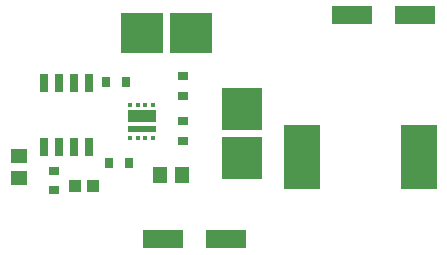
<source format=gtp>
G04*
G04 #@! TF.GenerationSoftware,Altium Limited,Altium Designer,24.0.1 (36)*
G04*
G04 Layer_Color=8421504*
%FSLAX44Y44*%
%MOMM*%
G71*
G04*
G04 #@! TF.SameCoordinates,F360539D-4591-415A-ACA9-25143AD626CC*
G04*
G04*
G04 #@! TF.FilePolarity,Positive*
G04*
G01*
G75*
%ADD14R,0.9000X0.7000*%
%ADD15R,1.0000X1.0000*%
%ADD16R,0.7000X0.9000*%
%ADD17R,3.5500X3.5000*%
%ADD18R,3.5000X3.5500*%
%ADD19R,1.3000X1.4500*%
%ADD20R,0.4500X0.4500*%
%ADD21R,2.4500X1.0360*%
%ADD22R,2.4500X0.5620*%
%ADD23R,1.4500X1.3000*%
%ADD24R,0.7000X1.5250*%
%ADD25R,3.5000X1.6000*%
%ADD26R,3.1000X5.4000*%
D14*
X841263Y878270D02*
D03*
Y861730D02*
D03*
X950000Y920000D02*
D03*
Y903460D02*
D03*
Y958270D02*
D03*
Y941730D02*
D03*
D15*
X858992Y865000D02*
D03*
X873532D02*
D03*
D16*
X885255Y953000D02*
D03*
X901795D02*
D03*
X887730Y885000D02*
D03*
X904270D02*
D03*
D17*
X956500Y995000D02*
D03*
X915000D02*
D03*
D18*
X1000000Y889250D02*
D03*
Y930750D02*
D03*
D19*
X949270Y875000D02*
D03*
X930730D02*
D03*
D20*
X905250Y906140D02*
D03*
X911750D02*
D03*
X918250D02*
D03*
X924750D02*
D03*
Y933860D02*
D03*
X918250D02*
D03*
X911750D02*
D03*
X905250D02*
D03*
D21*
X915000Y924340D02*
D03*
D22*
Y913290D02*
D03*
D23*
X811420Y871730D02*
D03*
Y890270D02*
D03*
D24*
X832213Y952120D02*
D03*
X844912D02*
D03*
X857613D02*
D03*
X870312D02*
D03*
Y897880D02*
D03*
X857613D02*
D03*
X844912D02*
D03*
X832213D02*
D03*
D25*
X1093500Y1010000D02*
D03*
X1146500D02*
D03*
X986500Y820000D02*
D03*
X933500D02*
D03*
D26*
X1050500Y890000D02*
D03*
X1149500D02*
D03*
M02*

</source>
